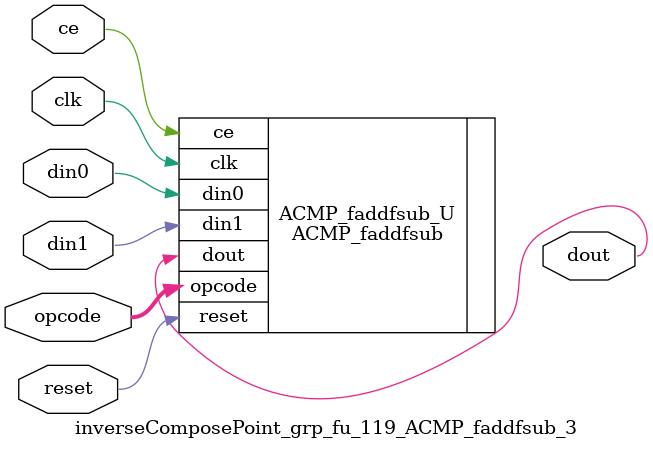
<source format=v>

`timescale 1 ns / 1 ps
module inverseComposePoint_grp_fu_119_ACMP_faddfsub_3(
    clk,
    reset,
    ce,
    din0,
    din1,
    opcode,
    dout);

parameter ID = 32'd1;
parameter NUM_STAGE = 32'd1;
parameter din0_WIDTH = 32'd1;
parameter din1_WIDTH = 32'd1;
parameter dout_WIDTH = 32'd1;
input clk;
input reset;
input ce;
input[din0_WIDTH - 1:0] din0;
input[din1_WIDTH - 1:0] din1;
input[2 - 1:0] opcode;
output[dout_WIDTH - 1:0] dout;



ACMP_faddfsub #(
.ID( ID ),
.NUM_STAGE( 4 ),
.din0_WIDTH( din0_WIDTH ),
.din1_WIDTH( din1_WIDTH ),
.dout_WIDTH( dout_WIDTH ))
ACMP_faddfsub_U(
    .clk( clk ),
    .reset( reset ),
    .ce( ce ),
    .din0( din0 ),
    .din1( din1 ),
    .dout( dout ),
    .opcode( opcode ));

endmodule

</source>
